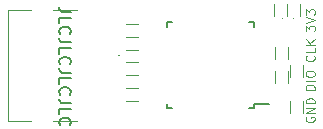
<source format=gbr>
%TF.GenerationSoftware,KiCad,Pcbnew,(6.0.2)*%
%TF.CreationDate,2022-04-18T15:37:34+08:00*%
%TF.ProjectId,ST-Link-Hulk,53542d4c-696e-46b2-9d48-756c6b2e6b69,V0.1*%
%TF.SameCoordinates,Original*%
%TF.FileFunction,Legend,Top*%
%TF.FilePolarity,Positive*%
%FSLAX46Y46*%
G04 Gerber Fmt 4.6, Leading zero omitted, Abs format (unit mm)*
G04 Created by KiCad (PCBNEW (6.0.2)) date 2022-04-18 15:37:34*
%MOMM*%
%LPD*%
G01*
G04 APERTURE LIST*
%ADD10C,0.150000*%
%ADD11C,0.101600*%
%ADD12C,0.125000*%
%ADD13C,0.100000*%
%ADD14C,0.120000*%
G04 APERTURE END LIST*
D10*
X4200419Y10818248D02*
X3486133Y10818248D01*
X3343276Y10865867D01*
X3248038Y10961105D01*
X3200419Y11103962D01*
X3200419Y11199200D01*
X3200419Y9865867D02*
X3200419Y10342058D01*
X4200419Y10342058D01*
X3295657Y8961105D02*
X3248038Y9008724D01*
X3200419Y9151581D01*
X3200419Y9246820D01*
X3248038Y9389677D01*
X3343276Y9484915D01*
X3438514Y9532534D01*
X3628990Y9580153D01*
X3771847Y9580153D01*
X3962323Y9532534D01*
X4057561Y9484915D01*
X4152800Y9389677D01*
X4200419Y9246820D01*
X4200419Y9151581D01*
X4152800Y9008724D01*
X4105180Y8961105D01*
X4200419Y8246820D02*
X3486133Y8246820D01*
X3343276Y8294439D01*
X3248038Y8389677D01*
X3200419Y8532534D01*
X3200419Y8627772D01*
X3200419Y7294439D02*
X3200419Y7770629D01*
X4200419Y7770629D01*
X3295657Y6389677D02*
X3248038Y6437296D01*
X3200419Y6580153D01*
X3200419Y6675391D01*
X3248038Y6818248D01*
X3343276Y6913486D01*
X3438514Y6961105D01*
X3628990Y7008724D01*
X3771847Y7008724D01*
X3962323Y6961105D01*
X4057561Y6913486D01*
X4152800Y6818248D01*
X4200419Y6675391D01*
X4200419Y6580153D01*
X4152800Y6437296D01*
X4105180Y6389677D01*
X4200419Y5675391D02*
X3486133Y5675391D01*
X3343276Y5723010D01*
X3248038Y5818248D01*
X3200419Y5961105D01*
X3200419Y6056343D01*
X3200419Y4723010D02*
X3200419Y5199200D01*
X4200419Y5199200D01*
X3295657Y3818248D02*
X3248038Y3865867D01*
X3200419Y4008724D01*
X3200419Y4103962D01*
X3248038Y4246820D01*
X3343276Y4342058D01*
X3438514Y4389677D01*
X3628990Y4437296D01*
X3771847Y4437296D01*
X3962323Y4389677D01*
X4057561Y4342058D01*
X4152800Y4246820D01*
X4200419Y4103962D01*
X4200419Y4008724D01*
X4152800Y3865867D01*
X4105180Y3818248D01*
X4200419Y3103962D02*
X3486133Y3103962D01*
X3343276Y3151581D01*
X3248038Y3246820D01*
X3200419Y3389677D01*
X3200419Y3484915D01*
X3200419Y2151581D02*
X3200419Y2627772D01*
X4200419Y2627772D01*
X3295657Y1246820D02*
X3248038Y1294439D01*
X3200419Y1437296D01*
X3200419Y1532534D01*
X3248038Y1675391D01*
X3343276Y1770629D01*
X3438514Y1818248D01*
X3628990Y1865867D01*
X3771847Y1865867D01*
X3962323Y1818248D01*
X4057561Y1770629D01*
X4152800Y1675391D01*
X4200419Y1532534D01*
X4200419Y1437296D01*
X4152800Y1294439D01*
X4105180Y1246820D01*
D11*
X24770942Y7117229D02*
X24807228Y7080943D01*
X24843514Y6972086D01*
X24843514Y6899515D01*
X24807228Y6790658D01*
X24734657Y6718086D01*
X24662085Y6681800D01*
X24516942Y6645515D01*
X24408085Y6645515D01*
X24262942Y6681800D01*
X24190371Y6718086D01*
X24117800Y6790658D01*
X24081514Y6899515D01*
X24081514Y6972086D01*
X24117800Y7080943D01*
X24154085Y7117229D01*
X24843514Y7806658D02*
X24843514Y7443800D01*
X24081514Y7443800D01*
X24843514Y8060658D02*
X24081514Y8060658D01*
X24843514Y8496086D02*
X24408085Y8169515D01*
X24081514Y8496086D02*
X24516942Y8060658D01*
X24843514Y4237958D02*
X24081514Y4237958D01*
X24081514Y4419386D01*
X24117800Y4528243D01*
X24190371Y4600815D01*
X24262942Y4637100D01*
X24408085Y4673386D01*
X24516942Y4673386D01*
X24662085Y4637100D01*
X24734657Y4600815D01*
X24807228Y4528243D01*
X24843514Y4419386D01*
X24843514Y4237958D01*
X24843514Y4999958D02*
X24081514Y4999958D01*
X24081514Y5507958D02*
X24081514Y5653100D01*
X24117800Y5725672D01*
X24190371Y5798243D01*
X24335514Y5834529D01*
X24589514Y5834529D01*
X24734657Y5798243D01*
X24807228Y5725672D01*
X24843514Y5653100D01*
X24843514Y5507958D01*
X24807228Y5435386D01*
X24734657Y5362815D01*
X24589514Y5326529D01*
X24335514Y5326529D01*
X24190371Y5362815D01*
X24117800Y5435386D01*
X24081514Y5507958D01*
X24081514Y9192772D02*
X24081514Y9664486D01*
X24371800Y9410486D01*
X24371800Y9519343D01*
X24408085Y9591915D01*
X24444371Y9628200D01*
X24516942Y9664486D01*
X24698371Y9664486D01*
X24770942Y9628200D01*
X24807228Y9591915D01*
X24843514Y9519343D01*
X24843514Y9301629D01*
X24807228Y9229058D01*
X24770942Y9192772D01*
X24081514Y9882200D02*
X24843514Y10136200D01*
X24081514Y10390200D01*
X24081514Y10571629D02*
X24081514Y11043343D01*
X24371800Y10789343D01*
X24371800Y10898200D01*
X24408085Y10970772D01*
X24444371Y11007058D01*
X24516942Y11043343D01*
X24698371Y11043343D01*
X24770942Y11007058D01*
X24807228Y10970772D01*
X24843514Y10898200D01*
X24843514Y10680486D01*
X24807228Y10607915D01*
X24770942Y10571629D01*
X24117800Y1910229D02*
X24081514Y1837658D01*
X24081514Y1728800D01*
X24117800Y1619943D01*
X24190371Y1547372D01*
X24262942Y1511086D01*
X24408085Y1474800D01*
X24516942Y1474800D01*
X24662085Y1511086D01*
X24734657Y1547372D01*
X24807228Y1619943D01*
X24843514Y1728800D01*
X24843514Y1801372D01*
X24807228Y1910229D01*
X24770942Y1946515D01*
X24516942Y1946515D01*
X24516942Y1801372D01*
X24843514Y2273086D02*
X24081514Y2273086D01*
X24843514Y2708515D01*
X24081514Y2708515D01*
X24843514Y3071372D02*
X24081514Y3071372D01*
X24081514Y3252800D01*
X24117800Y3361658D01*
X24190371Y3434229D01*
X24262942Y3470515D01*
X24408085Y3506800D01*
X24516942Y3506800D01*
X24662085Y3470515D01*
X24734657Y3434229D01*
X24807228Y3361658D01*
X24843514Y3252800D01*
X24843514Y3071372D01*
D12*
%TO.C,C1*%
X21517800Y5810200D02*
X21517800Y4810200D01*
X22617800Y4810200D02*
X22617800Y5810200D01*
D13*
%TO.C,D1*%
X8318300Y7164400D02*
G75*
G03*
X8318300Y7164400I-50000J0D01*
G01*
%TO.C,D2*%
X22117800Y10235600D02*
G75*
G03*
X22117800Y10235600I-50000J0D01*
G01*
D12*
%TO.C,JP1*%
X23887800Y5318200D02*
X23887800Y6318200D01*
X22787800Y6318200D02*
X22787800Y5318200D01*
%TO.C,JP2*%
X23887800Y2295600D02*
X23887800Y3295600D01*
X22787800Y3295600D02*
X22787800Y2295600D01*
D14*
%TO.C,P1*%
X814600Y11000800D02*
X-1085400Y11000800D01*
X4714600Y11000800D02*
X2714600Y11000800D01*
X4714600Y1600800D02*
X2714600Y1600800D01*
X-1085400Y11000800D02*
X-1085400Y1600800D01*
X814600Y1600800D02*
X-1085400Y1600800D01*
D12*
%TO.C,R4*%
X8860600Y5496800D02*
X9860600Y5496800D01*
X9860600Y6596800D02*
X8860600Y6596800D01*
%TO.C,R5*%
X8867800Y7630400D02*
X9867800Y7630400D01*
X9867800Y8730400D02*
X8867800Y8730400D01*
%TO.C,R6*%
X8860600Y4404600D02*
X9860600Y4404600D01*
X9860600Y5504600D02*
X8860600Y5504600D01*
%TO.C,R7*%
X9867800Y9822600D02*
X8867800Y9822600D01*
X8867800Y8722600D02*
X9867800Y8722600D01*
%TO.C,R8*%
X21441600Y11499800D02*
X21441600Y10499800D01*
X22541600Y10499800D02*
X22541600Y11499800D01*
%TO.C,R9*%
X22533800Y11499800D02*
X22533800Y10499800D01*
X23633800Y10499800D02*
X23633800Y11499800D01*
%TO.C,R11*%
X9860612Y4412400D02*
X8860612Y4412400D01*
X8860612Y3312400D02*
X9860612Y3312400D01*
%TO.C,R12*%
X21517800Y7816800D02*
X21517800Y6816800D01*
X22617800Y6816800D02*
X22617800Y7816800D01*
D13*
%TO.C,D3*%
X23057600Y10235600D02*
G75*
G03*
X23057600Y10235600I-50000J0D01*
G01*
D10*
%TO.C,U1*%
X12372600Y2650800D02*
X12372600Y3050800D01*
X12772600Y9950800D02*
X12372600Y9950800D01*
X19672600Y2650800D02*
X19672600Y3050800D01*
X12772600Y2650800D02*
X12372600Y2650800D01*
X19672600Y3050800D02*
X20972600Y3050800D01*
X19272600Y9950800D02*
X19672600Y9950800D01*
X19672600Y9950800D02*
X19672600Y9550800D01*
X12372600Y9950800D02*
X12372600Y9550800D01*
X19272600Y2650800D02*
X19672600Y2650800D01*
%TD*%
M02*

</source>
